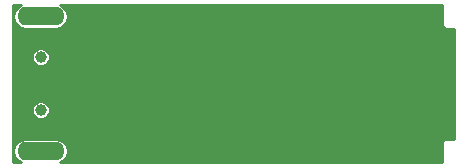
<source format=gbl>
G04 #@! TF.FileFunction,Copper,L2,Bot,Signal*
%FSLAX46Y46*%
G04 Gerber Fmt 4.6, Leading zero omitted, Abs format (unit mm)*
G04 Created by KiCad (PCBNEW 4.0.7) date 11/01/17 18:21:12*
%MOMM*%
%LPD*%
G01*
G04 APERTURE LIST*
%ADD10C,0.100000*%
%ADD11O,4.000000X1.600000*%
%ADD12C,1.000000*%
%ADD13C,0.355600*%
%ADD14C,0.254000*%
G04 APERTURE END LIST*
D10*
D11*
X102700000Y-112700000D03*
D12*
X102700000Y-109250000D03*
X102700000Y-104750000D03*
D11*
X102700000Y-101300000D03*
D13*
X108000000Y-110200000D03*
X109300000Y-112200000D03*
X118900000Y-112200000D03*
X122500000Y-108450000D03*
X120600000Y-101900000D03*
X117400000Y-100900000D03*
X110800000Y-103000000D03*
X110800000Y-101900000D03*
X107000000Y-103500000D03*
X116980000Y-107330000D03*
X116320000Y-107320000D03*
X116980000Y-107980000D03*
X116320000Y-107970000D03*
X118920000Y-109280000D03*
X116320000Y-109930000D03*
X114370000Y-108620000D03*
D14*
G36*
X100710551Y-100554709D02*
X100482073Y-100896652D01*
X100401842Y-101300000D01*
X100482073Y-101703348D01*
X100710551Y-102045291D01*
X101052494Y-102273769D01*
X101455842Y-102354000D01*
X103944158Y-102354000D01*
X104347506Y-102273769D01*
X104689449Y-102045291D01*
X104917927Y-101703348D01*
X104998158Y-101300000D01*
X104917927Y-100896652D01*
X104689449Y-100554709D01*
X104351650Y-100329000D01*
X136671000Y-100329000D01*
X136671000Y-102000000D01*
X136696044Y-102125903D01*
X136767362Y-102232638D01*
X136874097Y-102303956D01*
X137000000Y-102329000D01*
X137671000Y-102329000D01*
X137671000Y-111671000D01*
X137000000Y-111671000D01*
X136874097Y-111696044D01*
X136767362Y-111767362D01*
X136696044Y-111874097D01*
X136671000Y-112000000D01*
X136671000Y-113671000D01*
X104351650Y-113671000D01*
X104689449Y-113445291D01*
X104917927Y-113103348D01*
X104998158Y-112700000D01*
X104917927Y-112296652D01*
X104689449Y-111954709D01*
X104347506Y-111726231D01*
X103944158Y-111646000D01*
X101455842Y-111646000D01*
X101052494Y-111726231D01*
X100710551Y-111954709D01*
X100482073Y-112296652D01*
X100401842Y-112700000D01*
X100482073Y-113103348D01*
X100710551Y-113445291D01*
X101048350Y-113671000D01*
X100329000Y-113671000D01*
X100329000Y-109399322D01*
X101945869Y-109399322D01*
X102060417Y-109676549D01*
X102272336Y-109888838D01*
X102549362Y-110003869D01*
X102849322Y-110004131D01*
X103126549Y-109889583D01*
X103338838Y-109677664D01*
X103453869Y-109400638D01*
X103454131Y-109100678D01*
X103339583Y-108823451D01*
X103127664Y-108611162D01*
X102850638Y-108496131D01*
X102550678Y-108495869D01*
X102273451Y-108610417D01*
X102061162Y-108822336D01*
X101946131Y-109099362D01*
X101945869Y-109399322D01*
X100329000Y-109399322D01*
X100329000Y-104899322D01*
X101945869Y-104899322D01*
X102060417Y-105176549D01*
X102272336Y-105388838D01*
X102549362Y-105503869D01*
X102849322Y-105504131D01*
X103126549Y-105389583D01*
X103338838Y-105177664D01*
X103453869Y-104900638D01*
X103454131Y-104600678D01*
X103339583Y-104323451D01*
X103127664Y-104111162D01*
X102850638Y-103996131D01*
X102550678Y-103995869D01*
X102273451Y-104110417D01*
X102061162Y-104322336D01*
X101946131Y-104599362D01*
X101945869Y-104899322D01*
X100329000Y-104899322D01*
X100329000Y-100329000D01*
X101048350Y-100329000D01*
X100710551Y-100554709D01*
X100710551Y-100554709D01*
G37*
X100710551Y-100554709D02*
X100482073Y-100896652D01*
X100401842Y-101300000D01*
X100482073Y-101703348D01*
X100710551Y-102045291D01*
X101052494Y-102273769D01*
X101455842Y-102354000D01*
X103944158Y-102354000D01*
X104347506Y-102273769D01*
X104689449Y-102045291D01*
X104917927Y-101703348D01*
X104998158Y-101300000D01*
X104917927Y-100896652D01*
X104689449Y-100554709D01*
X104351650Y-100329000D01*
X136671000Y-100329000D01*
X136671000Y-102000000D01*
X136696044Y-102125903D01*
X136767362Y-102232638D01*
X136874097Y-102303956D01*
X137000000Y-102329000D01*
X137671000Y-102329000D01*
X137671000Y-111671000D01*
X137000000Y-111671000D01*
X136874097Y-111696044D01*
X136767362Y-111767362D01*
X136696044Y-111874097D01*
X136671000Y-112000000D01*
X136671000Y-113671000D01*
X104351650Y-113671000D01*
X104689449Y-113445291D01*
X104917927Y-113103348D01*
X104998158Y-112700000D01*
X104917927Y-112296652D01*
X104689449Y-111954709D01*
X104347506Y-111726231D01*
X103944158Y-111646000D01*
X101455842Y-111646000D01*
X101052494Y-111726231D01*
X100710551Y-111954709D01*
X100482073Y-112296652D01*
X100401842Y-112700000D01*
X100482073Y-113103348D01*
X100710551Y-113445291D01*
X101048350Y-113671000D01*
X100329000Y-113671000D01*
X100329000Y-109399322D01*
X101945869Y-109399322D01*
X102060417Y-109676549D01*
X102272336Y-109888838D01*
X102549362Y-110003869D01*
X102849322Y-110004131D01*
X103126549Y-109889583D01*
X103338838Y-109677664D01*
X103453869Y-109400638D01*
X103454131Y-109100678D01*
X103339583Y-108823451D01*
X103127664Y-108611162D01*
X102850638Y-108496131D01*
X102550678Y-108495869D01*
X102273451Y-108610417D01*
X102061162Y-108822336D01*
X101946131Y-109099362D01*
X101945869Y-109399322D01*
X100329000Y-109399322D01*
X100329000Y-104899322D01*
X101945869Y-104899322D01*
X102060417Y-105176549D01*
X102272336Y-105388838D01*
X102549362Y-105503869D01*
X102849322Y-105504131D01*
X103126549Y-105389583D01*
X103338838Y-105177664D01*
X103453869Y-104900638D01*
X103454131Y-104600678D01*
X103339583Y-104323451D01*
X103127664Y-104111162D01*
X102850638Y-103996131D01*
X102550678Y-103995869D01*
X102273451Y-104110417D01*
X102061162Y-104322336D01*
X101946131Y-104599362D01*
X101945869Y-104899322D01*
X100329000Y-104899322D01*
X100329000Y-100329000D01*
X101048350Y-100329000D01*
X100710551Y-100554709D01*
M02*

</source>
